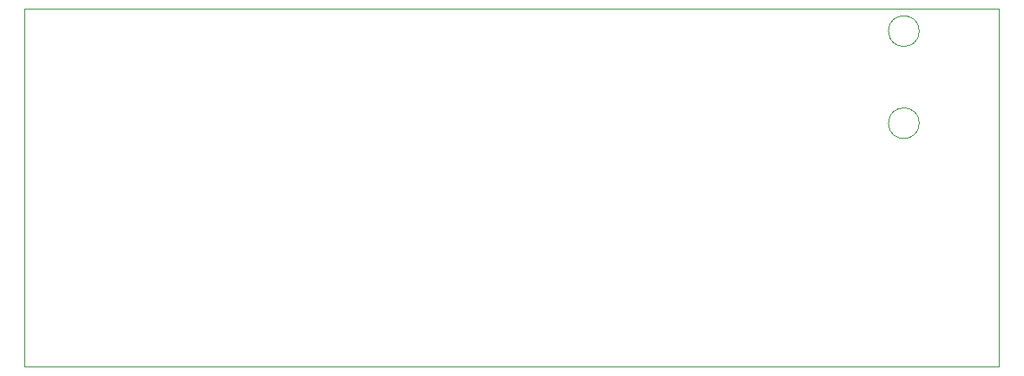
<source format=gbr>
%TF.GenerationSoftware,KiCad,Pcbnew,(5.99.0-12964-g8e5cbc5cf0)*%
%TF.CreationDate,2021-11-17T19:32:36+00:00*%
%TF.ProjectId,board,626f6172-642e-46b6-9963-61645f706362,rev?*%
%TF.SameCoordinates,Original*%
%TF.FileFunction,Profile,NP*%
%FSLAX46Y46*%
G04 Gerber Fmt 4.6, Leading zero omitted, Abs format (unit mm)*
G04 Created by KiCad (PCBNEW (5.99.0-12964-g8e5cbc5cf0)) date 2021-11-17 19:32:36*
%MOMM*%
%LPD*%
G01*
G04 APERTURE LIST*
%TA.AperFunction,Profile*%
%ADD10C,0.050000*%
%TD*%
%TA.AperFunction,Profile*%
%ADD11C,0.120000*%
%TD*%
G04 APERTURE END LIST*
D10*
X175000000Y-115000000D02*
X80000000Y-115000000D01*
X80000000Y-150000000D02*
X175000000Y-150000000D01*
X175000000Y-150000000D02*
X175000000Y-115000000D01*
X80000000Y-115000000D02*
X80000000Y-150000000D01*
D11*
%TO.C,USB1*%
X167205000Y-126195000D02*
G75*
G03*
X167205000Y-126195000I-1500000J0D01*
G01*
X167205000Y-117195000D02*
G75*
G03*
X167205000Y-117195000I-1500000J0D01*
G01*
%TD*%
M02*

</source>
